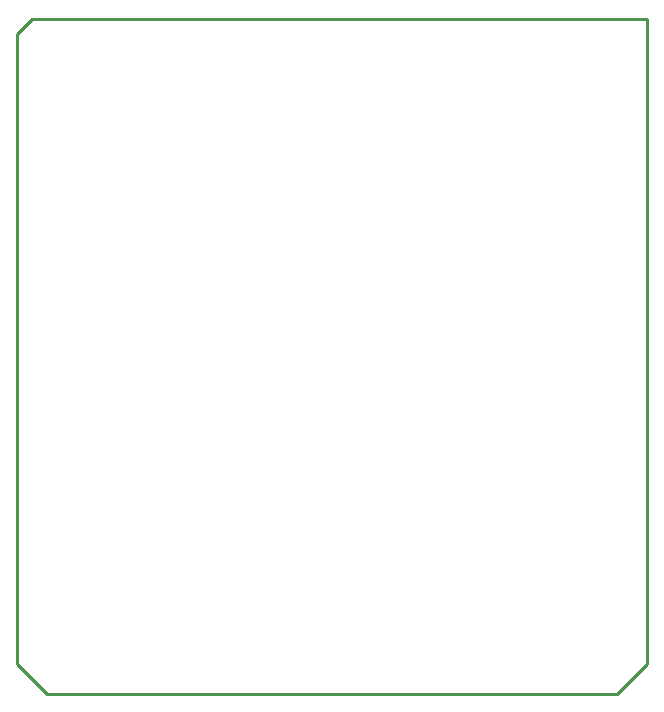
<source format=gbr>
G04 EAGLE Gerber RS-274X export*
G75*
%MOMM*%
%FSLAX34Y34*%
%LPD*%
%IN*%
%IPPOS*%
%AMOC8*
5,1,8,0,0,1.08239X$1,22.5*%
G01*
%ADD10C,0.254000*%


D10*
X0Y25400D02*
X12700Y12700D01*
X25400Y0D01*
X508000Y0D01*
X520700Y12700D01*
X533400Y25400D01*
X533400Y571500D01*
X12700Y571500D01*
X0Y558800D01*
X0Y25400D01*
M02*

</source>
